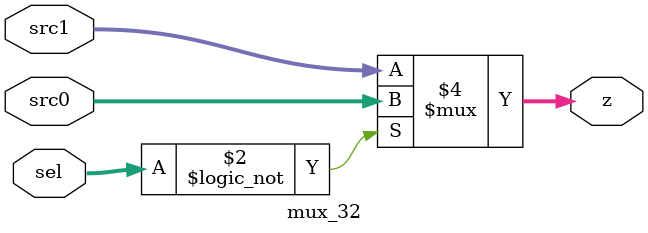
<source format=v>
module mux_32 (sel, src0, src1, z);
  
  input [31:0] sel;
  input [31:0] src0;
  input [31:0] src1;
  output reg [31:0] z;
  

  always @(sel or src0 or src1)
      begin
        if (sel == 1'b0) z <= src0;
        else z <= src1;
      end
   
endmodule

</source>
